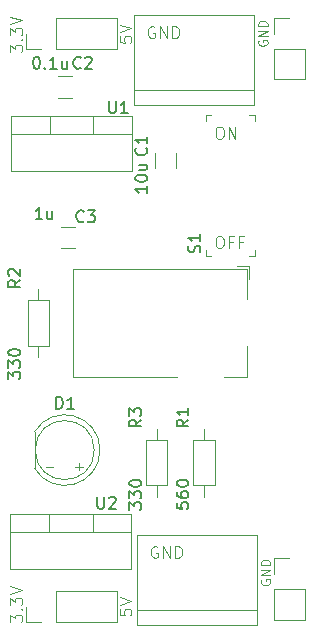
<source format=gbr>
%TF.GenerationSoftware,KiCad,Pcbnew,8.0.9-1.fc41*%
%TF.CreationDate,2025-04-27T16:21:27+02:00*%
%TF.ProjectId,Breadboard-PowerSupply,42726561-6462-46f6-9172-642d506f7765,rev?*%
%TF.SameCoordinates,Original*%
%TF.FileFunction,Legend,Top*%
%TF.FilePolarity,Positive*%
%FSLAX46Y46*%
G04 Gerber Fmt 4.6, Leading zero omitted, Abs format (unit mm)*
G04 Created by KiCad (PCBNEW 8.0.9-1.fc41) date 2025-04-27 16:21:27*
%MOMM*%
%LPD*%
G01*
G04 APERTURE LIST*
%ADD10C,0.100000*%
%ADD11C,0.150000*%
%ADD12C,0.120000*%
G04 APERTURE END LIST*
D10*
X68244360Y-78622419D02*
X68434836Y-78622419D01*
X68434836Y-78622419D02*
X68530074Y-78670038D01*
X68530074Y-78670038D02*
X68625312Y-78765276D01*
X68625312Y-78765276D02*
X68672931Y-78955752D01*
X68672931Y-78955752D02*
X68672931Y-79289085D01*
X68672931Y-79289085D02*
X68625312Y-79479561D01*
X68625312Y-79479561D02*
X68530074Y-79574800D01*
X68530074Y-79574800D02*
X68434836Y-79622419D01*
X68434836Y-79622419D02*
X68244360Y-79622419D01*
X68244360Y-79622419D02*
X68149122Y-79574800D01*
X68149122Y-79574800D02*
X68053884Y-79479561D01*
X68053884Y-79479561D02*
X68006265Y-79289085D01*
X68006265Y-79289085D02*
X68006265Y-78955752D01*
X68006265Y-78955752D02*
X68053884Y-78765276D01*
X68053884Y-78765276D02*
X68149122Y-78670038D01*
X68149122Y-78670038D02*
X68244360Y-78622419D01*
X69434836Y-79098609D02*
X69101503Y-79098609D01*
X69101503Y-79622419D02*
X69101503Y-78622419D01*
X69101503Y-78622419D02*
X69577693Y-78622419D01*
X70291979Y-79098609D02*
X69958646Y-79098609D01*
X69958646Y-79622419D02*
X69958646Y-78622419D01*
X69958646Y-78622419D02*
X70434836Y-78622419D01*
X63077693Y-104920038D02*
X62982455Y-104872419D01*
X62982455Y-104872419D02*
X62839598Y-104872419D01*
X62839598Y-104872419D02*
X62696741Y-104920038D01*
X62696741Y-104920038D02*
X62601503Y-105015276D01*
X62601503Y-105015276D02*
X62553884Y-105110514D01*
X62553884Y-105110514D02*
X62506265Y-105300990D01*
X62506265Y-105300990D02*
X62506265Y-105443847D01*
X62506265Y-105443847D02*
X62553884Y-105634323D01*
X62553884Y-105634323D02*
X62601503Y-105729561D01*
X62601503Y-105729561D02*
X62696741Y-105824800D01*
X62696741Y-105824800D02*
X62839598Y-105872419D01*
X62839598Y-105872419D02*
X62934836Y-105872419D01*
X62934836Y-105872419D02*
X63077693Y-105824800D01*
X63077693Y-105824800D02*
X63125312Y-105777180D01*
X63125312Y-105777180D02*
X63125312Y-105443847D01*
X63125312Y-105443847D02*
X62934836Y-105443847D01*
X63553884Y-105872419D02*
X63553884Y-104872419D01*
X63553884Y-104872419D02*
X64125312Y-105872419D01*
X64125312Y-105872419D02*
X64125312Y-104872419D01*
X64601503Y-105872419D02*
X64601503Y-104872419D01*
X64601503Y-104872419D02*
X64839598Y-104872419D01*
X64839598Y-104872419D02*
X64982455Y-104920038D01*
X64982455Y-104920038D02*
X65077693Y-105015276D01*
X65077693Y-105015276D02*
X65125312Y-105110514D01*
X65125312Y-105110514D02*
X65172931Y-105300990D01*
X65172931Y-105300990D02*
X65172931Y-105443847D01*
X65172931Y-105443847D02*
X65125312Y-105634323D01*
X65125312Y-105634323D02*
X65077693Y-105729561D01*
X65077693Y-105729561D02*
X64982455Y-105824800D01*
X64982455Y-105824800D02*
X64839598Y-105872419D01*
X64839598Y-105872419D02*
X64601503Y-105872419D01*
X62827693Y-60920038D02*
X62732455Y-60872419D01*
X62732455Y-60872419D02*
X62589598Y-60872419D01*
X62589598Y-60872419D02*
X62446741Y-60920038D01*
X62446741Y-60920038D02*
X62351503Y-61015276D01*
X62351503Y-61015276D02*
X62303884Y-61110514D01*
X62303884Y-61110514D02*
X62256265Y-61300990D01*
X62256265Y-61300990D02*
X62256265Y-61443847D01*
X62256265Y-61443847D02*
X62303884Y-61634323D01*
X62303884Y-61634323D02*
X62351503Y-61729561D01*
X62351503Y-61729561D02*
X62446741Y-61824800D01*
X62446741Y-61824800D02*
X62589598Y-61872419D01*
X62589598Y-61872419D02*
X62684836Y-61872419D01*
X62684836Y-61872419D02*
X62827693Y-61824800D01*
X62827693Y-61824800D02*
X62875312Y-61777180D01*
X62875312Y-61777180D02*
X62875312Y-61443847D01*
X62875312Y-61443847D02*
X62684836Y-61443847D01*
X63303884Y-61872419D02*
X63303884Y-60872419D01*
X63303884Y-60872419D02*
X63875312Y-61872419D01*
X63875312Y-61872419D02*
X63875312Y-60872419D01*
X64351503Y-61872419D02*
X64351503Y-60872419D01*
X64351503Y-60872419D02*
X64589598Y-60872419D01*
X64589598Y-60872419D02*
X64732455Y-60920038D01*
X64732455Y-60920038D02*
X64827693Y-61015276D01*
X64827693Y-61015276D02*
X64875312Y-61110514D01*
X64875312Y-61110514D02*
X64922931Y-61300990D01*
X64922931Y-61300990D02*
X64922931Y-61443847D01*
X64922931Y-61443847D02*
X64875312Y-61634323D01*
X64875312Y-61634323D02*
X64827693Y-61729561D01*
X64827693Y-61729561D02*
X64732455Y-61824800D01*
X64732455Y-61824800D02*
X64589598Y-61872419D01*
X64589598Y-61872419D02*
X64351503Y-61872419D01*
X54243734Y-98157866D02*
X53634211Y-98157866D01*
X68244360Y-69372419D02*
X68434836Y-69372419D01*
X68434836Y-69372419D02*
X68530074Y-69420038D01*
X68530074Y-69420038D02*
X68625312Y-69515276D01*
X68625312Y-69515276D02*
X68672931Y-69705752D01*
X68672931Y-69705752D02*
X68672931Y-70039085D01*
X68672931Y-70039085D02*
X68625312Y-70229561D01*
X68625312Y-70229561D02*
X68530074Y-70324800D01*
X68530074Y-70324800D02*
X68434836Y-70372419D01*
X68434836Y-70372419D02*
X68244360Y-70372419D01*
X68244360Y-70372419D02*
X68149122Y-70324800D01*
X68149122Y-70324800D02*
X68053884Y-70229561D01*
X68053884Y-70229561D02*
X68006265Y-70039085D01*
X68006265Y-70039085D02*
X68006265Y-69705752D01*
X68006265Y-69705752D02*
X68053884Y-69515276D01*
X68053884Y-69515276D02*
X68149122Y-69420038D01*
X68149122Y-69420038D02*
X68244360Y-69372419D01*
X69101503Y-70372419D02*
X69101503Y-69372419D01*
X69101503Y-69372419D02*
X69672931Y-70372419D01*
X69672931Y-70372419D02*
X69672931Y-69372419D01*
X59872419Y-61719925D02*
X59872419Y-62196115D01*
X59872419Y-62196115D02*
X60348609Y-62243734D01*
X60348609Y-62243734D02*
X60300990Y-62196115D01*
X60300990Y-62196115D02*
X60253371Y-62100877D01*
X60253371Y-62100877D02*
X60253371Y-61862782D01*
X60253371Y-61862782D02*
X60300990Y-61767544D01*
X60300990Y-61767544D02*
X60348609Y-61719925D01*
X60348609Y-61719925D02*
X60443847Y-61672306D01*
X60443847Y-61672306D02*
X60681942Y-61672306D01*
X60681942Y-61672306D02*
X60777180Y-61719925D01*
X60777180Y-61719925D02*
X60824800Y-61767544D01*
X60824800Y-61767544D02*
X60872419Y-61862782D01*
X60872419Y-61862782D02*
X60872419Y-62100877D01*
X60872419Y-62100877D02*
X60824800Y-62196115D01*
X60824800Y-62196115D02*
X60777180Y-62243734D01*
X59872419Y-61386591D02*
X60872419Y-61053258D01*
X60872419Y-61053258D02*
X59872419Y-60719925D01*
X71634990Y-62074687D02*
X71596895Y-62150877D01*
X71596895Y-62150877D02*
X71596895Y-62265163D01*
X71596895Y-62265163D02*
X71634990Y-62379449D01*
X71634990Y-62379449D02*
X71711180Y-62455639D01*
X71711180Y-62455639D02*
X71787371Y-62493734D01*
X71787371Y-62493734D02*
X71939752Y-62531830D01*
X71939752Y-62531830D02*
X72054038Y-62531830D01*
X72054038Y-62531830D02*
X72206419Y-62493734D01*
X72206419Y-62493734D02*
X72282609Y-62455639D01*
X72282609Y-62455639D02*
X72358800Y-62379449D01*
X72358800Y-62379449D02*
X72396895Y-62265163D01*
X72396895Y-62265163D02*
X72396895Y-62188972D01*
X72396895Y-62188972D02*
X72358800Y-62074687D01*
X72358800Y-62074687D02*
X72320704Y-62036591D01*
X72320704Y-62036591D02*
X72054038Y-62036591D01*
X72054038Y-62036591D02*
X72054038Y-62188972D01*
X72396895Y-61693734D02*
X71596895Y-61693734D01*
X71596895Y-61693734D02*
X72396895Y-61236591D01*
X72396895Y-61236591D02*
X71596895Y-61236591D01*
X72396895Y-60855639D02*
X71596895Y-60855639D01*
X71596895Y-60855639D02*
X71596895Y-60665163D01*
X71596895Y-60665163D02*
X71634990Y-60550877D01*
X71634990Y-60550877D02*
X71711180Y-60474687D01*
X71711180Y-60474687D02*
X71787371Y-60436592D01*
X71787371Y-60436592D02*
X71939752Y-60398496D01*
X71939752Y-60398496D02*
X72054038Y-60398496D01*
X72054038Y-60398496D02*
X72206419Y-60436592D01*
X72206419Y-60436592D02*
X72282609Y-60474687D01*
X72282609Y-60474687D02*
X72358800Y-60550877D01*
X72358800Y-60550877D02*
X72396895Y-60665163D01*
X72396895Y-60665163D02*
X72396895Y-60855639D01*
X50622419Y-111291353D02*
X50622419Y-110672306D01*
X50622419Y-110672306D02*
X51003371Y-111005639D01*
X51003371Y-111005639D02*
X51003371Y-110862782D01*
X51003371Y-110862782D02*
X51050990Y-110767544D01*
X51050990Y-110767544D02*
X51098609Y-110719925D01*
X51098609Y-110719925D02*
X51193847Y-110672306D01*
X51193847Y-110672306D02*
X51431942Y-110672306D01*
X51431942Y-110672306D02*
X51527180Y-110719925D01*
X51527180Y-110719925D02*
X51574800Y-110767544D01*
X51574800Y-110767544D02*
X51622419Y-110862782D01*
X51622419Y-110862782D02*
X51622419Y-111148496D01*
X51622419Y-111148496D02*
X51574800Y-111243734D01*
X51574800Y-111243734D02*
X51527180Y-111291353D01*
X51527180Y-110243734D02*
X51574800Y-110196115D01*
X51574800Y-110196115D02*
X51622419Y-110243734D01*
X51622419Y-110243734D02*
X51574800Y-110291353D01*
X51574800Y-110291353D02*
X51527180Y-110243734D01*
X51527180Y-110243734D02*
X51622419Y-110243734D01*
X50622419Y-109862782D02*
X50622419Y-109243735D01*
X50622419Y-109243735D02*
X51003371Y-109577068D01*
X51003371Y-109577068D02*
X51003371Y-109434211D01*
X51003371Y-109434211D02*
X51050990Y-109338973D01*
X51050990Y-109338973D02*
X51098609Y-109291354D01*
X51098609Y-109291354D02*
X51193847Y-109243735D01*
X51193847Y-109243735D02*
X51431942Y-109243735D01*
X51431942Y-109243735D02*
X51527180Y-109291354D01*
X51527180Y-109291354D02*
X51574800Y-109338973D01*
X51574800Y-109338973D02*
X51622419Y-109434211D01*
X51622419Y-109434211D02*
X51622419Y-109719925D01*
X51622419Y-109719925D02*
X51574800Y-109815163D01*
X51574800Y-109815163D02*
X51527180Y-109862782D01*
X50622419Y-108958020D02*
X51622419Y-108624687D01*
X51622419Y-108624687D02*
X50622419Y-108291354D01*
X71884990Y-107724687D02*
X71846895Y-107800877D01*
X71846895Y-107800877D02*
X71846895Y-107915163D01*
X71846895Y-107915163D02*
X71884990Y-108029449D01*
X71884990Y-108029449D02*
X71961180Y-108105639D01*
X71961180Y-108105639D02*
X72037371Y-108143734D01*
X72037371Y-108143734D02*
X72189752Y-108181830D01*
X72189752Y-108181830D02*
X72304038Y-108181830D01*
X72304038Y-108181830D02*
X72456419Y-108143734D01*
X72456419Y-108143734D02*
X72532609Y-108105639D01*
X72532609Y-108105639D02*
X72608800Y-108029449D01*
X72608800Y-108029449D02*
X72646895Y-107915163D01*
X72646895Y-107915163D02*
X72646895Y-107838972D01*
X72646895Y-107838972D02*
X72608800Y-107724687D01*
X72608800Y-107724687D02*
X72570704Y-107686591D01*
X72570704Y-107686591D02*
X72304038Y-107686591D01*
X72304038Y-107686591D02*
X72304038Y-107838972D01*
X72646895Y-107343734D02*
X71846895Y-107343734D01*
X71846895Y-107343734D02*
X72646895Y-106886591D01*
X72646895Y-106886591D02*
X71846895Y-106886591D01*
X72646895Y-106505639D02*
X71846895Y-106505639D01*
X71846895Y-106505639D02*
X71846895Y-106315163D01*
X71846895Y-106315163D02*
X71884990Y-106200877D01*
X71884990Y-106200877D02*
X71961180Y-106124687D01*
X71961180Y-106124687D02*
X72037371Y-106086592D01*
X72037371Y-106086592D02*
X72189752Y-106048496D01*
X72189752Y-106048496D02*
X72304038Y-106048496D01*
X72304038Y-106048496D02*
X72456419Y-106086592D01*
X72456419Y-106086592D02*
X72532609Y-106124687D01*
X72532609Y-106124687D02*
X72608800Y-106200877D01*
X72608800Y-106200877D02*
X72646895Y-106315163D01*
X72646895Y-106315163D02*
X72646895Y-106505639D01*
X56743734Y-98157866D02*
X56134211Y-98157866D01*
X56438972Y-97853104D02*
X56438972Y-98462628D01*
X59872419Y-110219925D02*
X59872419Y-110696115D01*
X59872419Y-110696115D02*
X60348609Y-110743734D01*
X60348609Y-110743734D02*
X60300990Y-110696115D01*
X60300990Y-110696115D02*
X60253371Y-110600877D01*
X60253371Y-110600877D02*
X60253371Y-110362782D01*
X60253371Y-110362782D02*
X60300990Y-110267544D01*
X60300990Y-110267544D02*
X60348609Y-110219925D01*
X60348609Y-110219925D02*
X60443847Y-110172306D01*
X60443847Y-110172306D02*
X60681942Y-110172306D01*
X60681942Y-110172306D02*
X60777180Y-110219925D01*
X60777180Y-110219925D02*
X60824800Y-110267544D01*
X60824800Y-110267544D02*
X60872419Y-110362782D01*
X60872419Y-110362782D02*
X60872419Y-110600877D01*
X60872419Y-110600877D02*
X60824800Y-110696115D01*
X60824800Y-110696115D02*
X60777180Y-110743734D01*
X59872419Y-109886591D02*
X60872419Y-109553258D01*
X60872419Y-109553258D02*
X59872419Y-109219925D01*
X50622419Y-63041353D02*
X50622419Y-62422306D01*
X50622419Y-62422306D02*
X51003371Y-62755639D01*
X51003371Y-62755639D02*
X51003371Y-62612782D01*
X51003371Y-62612782D02*
X51050990Y-62517544D01*
X51050990Y-62517544D02*
X51098609Y-62469925D01*
X51098609Y-62469925D02*
X51193847Y-62422306D01*
X51193847Y-62422306D02*
X51431942Y-62422306D01*
X51431942Y-62422306D02*
X51527180Y-62469925D01*
X51527180Y-62469925D02*
X51574800Y-62517544D01*
X51574800Y-62517544D02*
X51622419Y-62612782D01*
X51622419Y-62612782D02*
X51622419Y-62898496D01*
X51622419Y-62898496D02*
X51574800Y-62993734D01*
X51574800Y-62993734D02*
X51527180Y-63041353D01*
X51527180Y-61993734D02*
X51574800Y-61946115D01*
X51574800Y-61946115D02*
X51622419Y-61993734D01*
X51622419Y-61993734D02*
X51574800Y-62041353D01*
X51574800Y-62041353D02*
X51527180Y-61993734D01*
X51527180Y-61993734D02*
X51622419Y-61993734D01*
X50622419Y-61612782D02*
X50622419Y-60993735D01*
X50622419Y-60993735D02*
X51003371Y-61327068D01*
X51003371Y-61327068D02*
X51003371Y-61184211D01*
X51003371Y-61184211D02*
X51050990Y-61088973D01*
X51050990Y-61088973D02*
X51098609Y-61041354D01*
X51098609Y-61041354D02*
X51193847Y-60993735D01*
X51193847Y-60993735D02*
X51431942Y-60993735D01*
X51431942Y-60993735D02*
X51527180Y-61041354D01*
X51527180Y-61041354D02*
X51574800Y-61088973D01*
X51574800Y-61088973D02*
X51622419Y-61184211D01*
X51622419Y-61184211D02*
X51622419Y-61469925D01*
X51622419Y-61469925D02*
X51574800Y-61565163D01*
X51574800Y-61565163D02*
X51527180Y-61612782D01*
X50622419Y-60708020D02*
X51622419Y-60374687D01*
X51622419Y-60374687D02*
X50622419Y-60041354D01*
D11*
X61704819Y-94166666D02*
X61228628Y-94499999D01*
X61704819Y-94738094D02*
X60704819Y-94738094D01*
X60704819Y-94738094D02*
X60704819Y-94357142D01*
X60704819Y-94357142D02*
X60752438Y-94261904D01*
X60752438Y-94261904D02*
X60800057Y-94214285D01*
X60800057Y-94214285D02*
X60895295Y-94166666D01*
X60895295Y-94166666D02*
X61038152Y-94166666D01*
X61038152Y-94166666D02*
X61133390Y-94214285D01*
X61133390Y-94214285D02*
X61181009Y-94261904D01*
X61181009Y-94261904D02*
X61228628Y-94357142D01*
X61228628Y-94357142D02*
X61228628Y-94738094D01*
X60704819Y-93833332D02*
X60704819Y-93214285D01*
X60704819Y-93214285D02*
X61085771Y-93547618D01*
X61085771Y-93547618D02*
X61085771Y-93404761D01*
X61085771Y-93404761D02*
X61133390Y-93309523D01*
X61133390Y-93309523D02*
X61181009Y-93261904D01*
X61181009Y-93261904D02*
X61276247Y-93214285D01*
X61276247Y-93214285D02*
X61514342Y-93214285D01*
X61514342Y-93214285D02*
X61609580Y-93261904D01*
X61609580Y-93261904D02*
X61657200Y-93309523D01*
X61657200Y-93309523D02*
X61704819Y-93404761D01*
X61704819Y-93404761D02*
X61704819Y-93690475D01*
X61704819Y-93690475D02*
X61657200Y-93785713D01*
X61657200Y-93785713D02*
X61609580Y-93833332D01*
X60704819Y-101785713D02*
X60704819Y-101166666D01*
X60704819Y-101166666D02*
X61085771Y-101499999D01*
X61085771Y-101499999D02*
X61085771Y-101357142D01*
X61085771Y-101357142D02*
X61133390Y-101261904D01*
X61133390Y-101261904D02*
X61181009Y-101214285D01*
X61181009Y-101214285D02*
X61276247Y-101166666D01*
X61276247Y-101166666D02*
X61514342Y-101166666D01*
X61514342Y-101166666D02*
X61609580Y-101214285D01*
X61609580Y-101214285D02*
X61657200Y-101261904D01*
X61657200Y-101261904D02*
X61704819Y-101357142D01*
X61704819Y-101357142D02*
X61704819Y-101642856D01*
X61704819Y-101642856D02*
X61657200Y-101738094D01*
X61657200Y-101738094D02*
X61609580Y-101785713D01*
X60704819Y-100833332D02*
X60704819Y-100214285D01*
X60704819Y-100214285D02*
X61085771Y-100547618D01*
X61085771Y-100547618D02*
X61085771Y-100404761D01*
X61085771Y-100404761D02*
X61133390Y-100309523D01*
X61133390Y-100309523D02*
X61181009Y-100261904D01*
X61181009Y-100261904D02*
X61276247Y-100214285D01*
X61276247Y-100214285D02*
X61514342Y-100214285D01*
X61514342Y-100214285D02*
X61609580Y-100261904D01*
X61609580Y-100261904D02*
X61657200Y-100309523D01*
X61657200Y-100309523D02*
X61704819Y-100404761D01*
X61704819Y-100404761D02*
X61704819Y-100690475D01*
X61704819Y-100690475D02*
X61657200Y-100785713D01*
X61657200Y-100785713D02*
X61609580Y-100833332D01*
X60704819Y-99595237D02*
X60704819Y-99499999D01*
X60704819Y-99499999D02*
X60752438Y-99404761D01*
X60752438Y-99404761D02*
X60800057Y-99357142D01*
X60800057Y-99357142D02*
X60895295Y-99309523D01*
X60895295Y-99309523D02*
X61085771Y-99261904D01*
X61085771Y-99261904D02*
X61323866Y-99261904D01*
X61323866Y-99261904D02*
X61514342Y-99309523D01*
X61514342Y-99309523D02*
X61609580Y-99357142D01*
X61609580Y-99357142D02*
X61657200Y-99404761D01*
X61657200Y-99404761D02*
X61704819Y-99499999D01*
X61704819Y-99499999D02*
X61704819Y-99595237D01*
X61704819Y-99595237D02*
X61657200Y-99690475D01*
X61657200Y-99690475D02*
X61609580Y-99738094D01*
X61609580Y-99738094D02*
X61514342Y-99785713D01*
X61514342Y-99785713D02*
X61323866Y-99833332D01*
X61323866Y-99833332D02*
X61085771Y-99833332D01*
X61085771Y-99833332D02*
X60895295Y-99785713D01*
X60895295Y-99785713D02*
X60800057Y-99738094D01*
X60800057Y-99738094D02*
X60752438Y-99690475D01*
X60752438Y-99690475D02*
X60704819Y-99595237D01*
X62109580Y-71166666D02*
X62157200Y-71214285D01*
X62157200Y-71214285D02*
X62204819Y-71357142D01*
X62204819Y-71357142D02*
X62204819Y-71452380D01*
X62204819Y-71452380D02*
X62157200Y-71595237D01*
X62157200Y-71595237D02*
X62061961Y-71690475D01*
X62061961Y-71690475D02*
X61966723Y-71738094D01*
X61966723Y-71738094D02*
X61776247Y-71785713D01*
X61776247Y-71785713D02*
X61633390Y-71785713D01*
X61633390Y-71785713D02*
X61442914Y-71738094D01*
X61442914Y-71738094D02*
X61347676Y-71690475D01*
X61347676Y-71690475D02*
X61252438Y-71595237D01*
X61252438Y-71595237D02*
X61204819Y-71452380D01*
X61204819Y-71452380D02*
X61204819Y-71357142D01*
X61204819Y-71357142D02*
X61252438Y-71214285D01*
X61252438Y-71214285D02*
X61300057Y-71166666D01*
X62204819Y-70214285D02*
X62204819Y-70785713D01*
X62204819Y-70499999D02*
X61204819Y-70499999D01*
X61204819Y-70499999D02*
X61347676Y-70595237D01*
X61347676Y-70595237D02*
X61442914Y-70690475D01*
X61442914Y-70690475D02*
X61490533Y-70785713D01*
X62204819Y-74392857D02*
X62204819Y-74964285D01*
X62204819Y-74678571D02*
X61204819Y-74678571D01*
X61204819Y-74678571D02*
X61347676Y-74773809D01*
X61347676Y-74773809D02*
X61442914Y-74869047D01*
X61442914Y-74869047D02*
X61490533Y-74964285D01*
X61204819Y-73773809D02*
X61204819Y-73678571D01*
X61204819Y-73678571D02*
X61252438Y-73583333D01*
X61252438Y-73583333D02*
X61300057Y-73535714D01*
X61300057Y-73535714D02*
X61395295Y-73488095D01*
X61395295Y-73488095D02*
X61585771Y-73440476D01*
X61585771Y-73440476D02*
X61823866Y-73440476D01*
X61823866Y-73440476D02*
X62014342Y-73488095D01*
X62014342Y-73488095D02*
X62109580Y-73535714D01*
X62109580Y-73535714D02*
X62157200Y-73583333D01*
X62157200Y-73583333D02*
X62204819Y-73678571D01*
X62204819Y-73678571D02*
X62204819Y-73773809D01*
X62204819Y-73773809D02*
X62157200Y-73869047D01*
X62157200Y-73869047D02*
X62109580Y-73916666D01*
X62109580Y-73916666D02*
X62014342Y-73964285D01*
X62014342Y-73964285D02*
X61823866Y-74011904D01*
X61823866Y-74011904D02*
X61585771Y-74011904D01*
X61585771Y-74011904D02*
X61395295Y-73964285D01*
X61395295Y-73964285D02*
X61300057Y-73916666D01*
X61300057Y-73916666D02*
X61252438Y-73869047D01*
X61252438Y-73869047D02*
X61204819Y-73773809D01*
X61538152Y-72583333D02*
X62204819Y-72583333D01*
X61538152Y-73011904D02*
X62061961Y-73011904D01*
X62061961Y-73011904D02*
X62157200Y-72964285D01*
X62157200Y-72964285D02*
X62204819Y-72869047D01*
X62204819Y-72869047D02*
X62204819Y-72726190D01*
X62204819Y-72726190D02*
X62157200Y-72630952D01*
X62157200Y-72630952D02*
X62109580Y-72583333D01*
X58988095Y-67204819D02*
X58988095Y-68014342D01*
X58988095Y-68014342D02*
X59035714Y-68109580D01*
X59035714Y-68109580D02*
X59083333Y-68157200D01*
X59083333Y-68157200D02*
X59178571Y-68204819D01*
X59178571Y-68204819D02*
X59369047Y-68204819D01*
X59369047Y-68204819D02*
X59464285Y-68157200D01*
X59464285Y-68157200D02*
X59511904Y-68109580D01*
X59511904Y-68109580D02*
X59559523Y-68014342D01*
X59559523Y-68014342D02*
X59559523Y-67204819D01*
X60559523Y-68204819D02*
X59988095Y-68204819D01*
X60273809Y-68204819D02*
X60273809Y-67204819D01*
X60273809Y-67204819D02*
X60178571Y-67347676D01*
X60178571Y-67347676D02*
X60083333Y-67442914D01*
X60083333Y-67442914D02*
X59988095Y-67490533D01*
X66657200Y-80011904D02*
X66704819Y-79869047D01*
X66704819Y-79869047D02*
X66704819Y-79630952D01*
X66704819Y-79630952D02*
X66657200Y-79535714D01*
X66657200Y-79535714D02*
X66609580Y-79488095D01*
X66609580Y-79488095D02*
X66514342Y-79440476D01*
X66514342Y-79440476D02*
X66419104Y-79440476D01*
X66419104Y-79440476D02*
X66323866Y-79488095D01*
X66323866Y-79488095D02*
X66276247Y-79535714D01*
X66276247Y-79535714D02*
X66228628Y-79630952D01*
X66228628Y-79630952D02*
X66181009Y-79821428D01*
X66181009Y-79821428D02*
X66133390Y-79916666D01*
X66133390Y-79916666D02*
X66085771Y-79964285D01*
X66085771Y-79964285D02*
X65990533Y-80011904D01*
X65990533Y-80011904D02*
X65895295Y-80011904D01*
X65895295Y-80011904D02*
X65800057Y-79964285D01*
X65800057Y-79964285D02*
X65752438Y-79916666D01*
X65752438Y-79916666D02*
X65704819Y-79821428D01*
X65704819Y-79821428D02*
X65704819Y-79583333D01*
X65704819Y-79583333D02*
X65752438Y-79440476D01*
X66704819Y-78488095D02*
X66704819Y-79059523D01*
X66704819Y-78773809D02*
X65704819Y-78773809D01*
X65704819Y-78773809D02*
X65847676Y-78869047D01*
X65847676Y-78869047D02*
X65942914Y-78964285D01*
X65942914Y-78964285D02*
X65990533Y-79059523D01*
X56833333Y-77359580D02*
X56785714Y-77407200D01*
X56785714Y-77407200D02*
X56642857Y-77454819D01*
X56642857Y-77454819D02*
X56547619Y-77454819D01*
X56547619Y-77454819D02*
X56404762Y-77407200D01*
X56404762Y-77407200D02*
X56309524Y-77311961D01*
X56309524Y-77311961D02*
X56261905Y-77216723D01*
X56261905Y-77216723D02*
X56214286Y-77026247D01*
X56214286Y-77026247D02*
X56214286Y-76883390D01*
X56214286Y-76883390D02*
X56261905Y-76692914D01*
X56261905Y-76692914D02*
X56309524Y-76597676D01*
X56309524Y-76597676D02*
X56404762Y-76502438D01*
X56404762Y-76502438D02*
X56547619Y-76454819D01*
X56547619Y-76454819D02*
X56642857Y-76454819D01*
X56642857Y-76454819D02*
X56785714Y-76502438D01*
X56785714Y-76502438D02*
X56833333Y-76550057D01*
X57166667Y-76454819D02*
X57785714Y-76454819D01*
X57785714Y-76454819D02*
X57452381Y-76835771D01*
X57452381Y-76835771D02*
X57595238Y-76835771D01*
X57595238Y-76835771D02*
X57690476Y-76883390D01*
X57690476Y-76883390D02*
X57738095Y-76931009D01*
X57738095Y-76931009D02*
X57785714Y-77026247D01*
X57785714Y-77026247D02*
X57785714Y-77264342D01*
X57785714Y-77264342D02*
X57738095Y-77359580D01*
X57738095Y-77359580D02*
X57690476Y-77407200D01*
X57690476Y-77407200D02*
X57595238Y-77454819D01*
X57595238Y-77454819D02*
X57309524Y-77454819D01*
X57309524Y-77454819D02*
X57214286Y-77407200D01*
X57214286Y-77407200D02*
X57166667Y-77359580D01*
X53333333Y-77204819D02*
X52761905Y-77204819D01*
X53047619Y-77204819D02*
X53047619Y-76204819D01*
X53047619Y-76204819D02*
X52952381Y-76347676D01*
X52952381Y-76347676D02*
X52857143Y-76442914D01*
X52857143Y-76442914D02*
X52761905Y-76490533D01*
X54190476Y-76538152D02*
X54190476Y-77204819D01*
X53761905Y-76538152D02*
X53761905Y-77061961D01*
X53761905Y-77061961D02*
X53809524Y-77157200D01*
X53809524Y-77157200D02*
X53904762Y-77204819D01*
X53904762Y-77204819D02*
X54047619Y-77204819D01*
X54047619Y-77204819D02*
X54142857Y-77157200D01*
X54142857Y-77157200D02*
X54190476Y-77109580D01*
X51454819Y-82356666D02*
X50978628Y-82689999D01*
X51454819Y-82928094D02*
X50454819Y-82928094D01*
X50454819Y-82928094D02*
X50454819Y-82547142D01*
X50454819Y-82547142D02*
X50502438Y-82451904D01*
X50502438Y-82451904D02*
X50550057Y-82404285D01*
X50550057Y-82404285D02*
X50645295Y-82356666D01*
X50645295Y-82356666D02*
X50788152Y-82356666D01*
X50788152Y-82356666D02*
X50883390Y-82404285D01*
X50883390Y-82404285D02*
X50931009Y-82451904D01*
X50931009Y-82451904D02*
X50978628Y-82547142D01*
X50978628Y-82547142D02*
X50978628Y-82928094D01*
X50550057Y-81975713D02*
X50502438Y-81928094D01*
X50502438Y-81928094D02*
X50454819Y-81832856D01*
X50454819Y-81832856D02*
X50454819Y-81594761D01*
X50454819Y-81594761D02*
X50502438Y-81499523D01*
X50502438Y-81499523D02*
X50550057Y-81451904D01*
X50550057Y-81451904D02*
X50645295Y-81404285D01*
X50645295Y-81404285D02*
X50740533Y-81404285D01*
X50740533Y-81404285D02*
X50883390Y-81451904D01*
X50883390Y-81451904D02*
X51454819Y-82023332D01*
X51454819Y-82023332D02*
X51454819Y-81404285D01*
X50454819Y-90725713D02*
X50454819Y-90106666D01*
X50454819Y-90106666D02*
X50835771Y-90439999D01*
X50835771Y-90439999D02*
X50835771Y-90297142D01*
X50835771Y-90297142D02*
X50883390Y-90201904D01*
X50883390Y-90201904D02*
X50931009Y-90154285D01*
X50931009Y-90154285D02*
X51026247Y-90106666D01*
X51026247Y-90106666D02*
X51264342Y-90106666D01*
X51264342Y-90106666D02*
X51359580Y-90154285D01*
X51359580Y-90154285D02*
X51407200Y-90201904D01*
X51407200Y-90201904D02*
X51454819Y-90297142D01*
X51454819Y-90297142D02*
X51454819Y-90582856D01*
X51454819Y-90582856D02*
X51407200Y-90678094D01*
X51407200Y-90678094D02*
X51359580Y-90725713D01*
X50454819Y-89773332D02*
X50454819Y-89154285D01*
X50454819Y-89154285D02*
X50835771Y-89487618D01*
X50835771Y-89487618D02*
X50835771Y-89344761D01*
X50835771Y-89344761D02*
X50883390Y-89249523D01*
X50883390Y-89249523D02*
X50931009Y-89201904D01*
X50931009Y-89201904D02*
X51026247Y-89154285D01*
X51026247Y-89154285D02*
X51264342Y-89154285D01*
X51264342Y-89154285D02*
X51359580Y-89201904D01*
X51359580Y-89201904D02*
X51407200Y-89249523D01*
X51407200Y-89249523D02*
X51454819Y-89344761D01*
X51454819Y-89344761D02*
X51454819Y-89630475D01*
X51454819Y-89630475D02*
X51407200Y-89725713D01*
X51407200Y-89725713D02*
X51359580Y-89773332D01*
X50454819Y-88535237D02*
X50454819Y-88439999D01*
X50454819Y-88439999D02*
X50502438Y-88344761D01*
X50502438Y-88344761D02*
X50550057Y-88297142D01*
X50550057Y-88297142D02*
X50645295Y-88249523D01*
X50645295Y-88249523D02*
X50835771Y-88201904D01*
X50835771Y-88201904D02*
X51073866Y-88201904D01*
X51073866Y-88201904D02*
X51264342Y-88249523D01*
X51264342Y-88249523D02*
X51359580Y-88297142D01*
X51359580Y-88297142D02*
X51407200Y-88344761D01*
X51407200Y-88344761D02*
X51454819Y-88439999D01*
X51454819Y-88439999D02*
X51454819Y-88535237D01*
X51454819Y-88535237D02*
X51407200Y-88630475D01*
X51407200Y-88630475D02*
X51359580Y-88678094D01*
X51359580Y-88678094D02*
X51264342Y-88725713D01*
X51264342Y-88725713D02*
X51073866Y-88773332D01*
X51073866Y-88773332D02*
X50835771Y-88773332D01*
X50835771Y-88773332D02*
X50645295Y-88725713D01*
X50645295Y-88725713D02*
X50550057Y-88678094D01*
X50550057Y-88678094D02*
X50502438Y-88630475D01*
X50502438Y-88630475D02*
X50454819Y-88535237D01*
X65704819Y-94166666D02*
X65228628Y-94499999D01*
X65704819Y-94738094D02*
X64704819Y-94738094D01*
X64704819Y-94738094D02*
X64704819Y-94357142D01*
X64704819Y-94357142D02*
X64752438Y-94261904D01*
X64752438Y-94261904D02*
X64800057Y-94214285D01*
X64800057Y-94214285D02*
X64895295Y-94166666D01*
X64895295Y-94166666D02*
X65038152Y-94166666D01*
X65038152Y-94166666D02*
X65133390Y-94214285D01*
X65133390Y-94214285D02*
X65181009Y-94261904D01*
X65181009Y-94261904D02*
X65228628Y-94357142D01*
X65228628Y-94357142D02*
X65228628Y-94738094D01*
X65704819Y-93214285D02*
X65704819Y-93785713D01*
X65704819Y-93499999D02*
X64704819Y-93499999D01*
X64704819Y-93499999D02*
X64847676Y-93595237D01*
X64847676Y-93595237D02*
X64942914Y-93690475D01*
X64942914Y-93690475D02*
X64990533Y-93785713D01*
X64704819Y-101214285D02*
X64704819Y-101690475D01*
X64704819Y-101690475D02*
X65181009Y-101738094D01*
X65181009Y-101738094D02*
X65133390Y-101690475D01*
X65133390Y-101690475D02*
X65085771Y-101595237D01*
X65085771Y-101595237D02*
X65085771Y-101357142D01*
X65085771Y-101357142D02*
X65133390Y-101261904D01*
X65133390Y-101261904D02*
X65181009Y-101214285D01*
X65181009Y-101214285D02*
X65276247Y-101166666D01*
X65276247Y-101166666D02*
X65514342Y-101166666D01*
X65514342Y-101166666D02*
X65609580Y-101214285D01*
X65609580Y-101214285D02*
X65657200Y-101261904D01*
X65657200Y-101261904D02*
X65704819Y-101357142D01*
X65704819Y-101357142D02*
X65704819Y-101595237D01*
X65704819Y-101595237D02*
X65657200Y-101690475D01*
X65657200Y-101690475D02*
X65609580Y-101738094D01*
X64704819Y-100309523D02*
X64704819Y-100499999D01*
X64704819Y-100499999D02*
X64752438Y-100595237D01*
X64752438Y-100595237D02*
X64800057Y-100642856D01*
X64800057Y-100642856D02*
X64942914Y-100738094D01*
X64942914Y-100738094D02*
X65133390Y-100785713D01*
X65133390Y-100785713D02*
X65514342Y-100785713D01*
X65514342Y-100785713D02*
X65609580Y-100738094D01*
X65609580Y-100738094D02*
X65657200Y-100690475D01*
X65657200Y-100690475D02*
X65704819Y-100595237D01*
X65704819Y-100595237D02*
X65704819Y-100404761D01*
X65704819Y-100404761D02*
X65657200Y-100309523D01*
X65657200Y-100309523D02*
X65609580Y-100261904D01*
X65609580Y-100261904D02*
X65514342Y-100214285D01*
X65514342Y-100214285D02*
X65276247Y-100214285D01*
X65276247Y-100214285D02*
X65181009Y-100261904D01*
X65181009Y-100261904D02*
X65133390Y-100309523D01*
X65133390Y-100309523D02*
X65085771Y-100404761D01*
X65085771Y-100404761D02*
X65085771Y-100595237D01*
X65085771Y-100595237D02*
X65133390Y-100690475D01*
X65133390Y-100690475D02*
X65181009Y-100738094D01*
X65181009Y-100738094D02*
X65276247Y-100785713D01*
X64704819Y-99595237D02*
X64704819Y-99499999D01*
X64704819Y-99499999D02*
X64752438Y-99404761D01*
X64752438Y-99404761D02*
X64800057Y-99357142D01*
X64800057Y-99357142D02*
X64895295Y-99309523D01*
X64895295Y-99309523D02*
X65085771Y-99261904D01*
X65085771Y-99261904D02*
X65323866Y-99261904D01*
X65323866Y-99261904D02*
X65514342Y-99309523D01*
X65514342Y-99309523D02*
X65609580Y-99357142D01*
X65609580Y-99357142D02*
X65657200Y-99404761D01*
X65657200Y-99404761D02*
X65704819Y-99499999D01*
X65704819Y-99499999D02*
X65704819Y-99595237D01*
X65704819Y-99595237D02*
X65657200Y-99690475D01*
X65657200Y-99690475D02*
X65609580Y-99738094D01*
X65609580Y-99738094D02*
X65514342Y-99785713D01*
X65514342Y-99785713D02*
X65323866Y-99833332D01*
X65323866Y-99833332D02*
X65085771Y-99833332D01*
X65085771Y-99833332D02*
X64895295Y-99785713D01*
X64895295Y-99785713D02*
X64800057Y-99738094D01*
X64800057Y-99738094D02*
X64752438Y-99690475D01*
X64752438Y-99690475D02*
X64704819Y-99595237D01*
X56583333Y-64359580D02*
X56535714Y-64407200D01*
X56535714Y-64407200D02*
X56392857Y-64454819D01*
X56392857Y-64454819D02*
X56297619Y-64454819D01*
X56297619Y-64454819D02*
X56154762Y-64407200D01*
X56154762Y-64407200D02*
X56059524Y-64311961D01*
X56059524Y-64311961D02*
X56011905Y-64216723D01*
X56011905Y-64216723D02*
X55964286Y-64026247D01*
X55964286Y-64026247D02*
X55964286Y-63883390D01*
X55964286Y-63883390D02*
X56011905Y-63692914D01*
X56011905Y-63692914D02*
X56059524Y-63597676D01*
X56059524Y-63597676D02*
X56154762Y-63502438D01*
X56154762Y-63502438D02*
X56297619Y-63454819D01*
X56297619Y-63454819D02*
X56392857Y-63454819D01*
X56392857Y-63454819D02*
X56535714Y-63502438D01*
X56535714Y-63502438D02*
X56583333Y-63550057D01*
X56964286Y-63550057D02*
X57011905Y-63502438D01*
X57011905Y-63502438D02*
X57107143Y-63454819D01*
X57107143Y-63454819D02*
X57345238Y-63454819D01*
X57345238Y-63454819D02*
X57440476Y-63502438D01*
X57440476Y-63502438D02*
X57488095Y-63550057D01*
X57488095Y-63550057D02*
X57535714Y-63645295D01*
X57535714Y-63645295D02*
X57535714Y-63740533D01*
X57535714Y-63740533D02*
X57488095Y-63883390D01*
X57488095Y-63883390D02*
X56916667Y-64454819D01*
X56916667Y-64454819D02*
X57535714Y-64454819D01*
X52785714Y-63454819D02*
X52880952Y-63454819D01*
X52880952Y-63454819D02*
X52976190Y-63502438D01*
X52976190Y-63502438D02*
X53023809Y-63550057D01*
X53023809Y-63550057D02*
X53071428Y-63645295D01*
X53071428Y-63645295D02*
X53119047Y-63835771D01*
X53119047Y-63835771D02*
X53119047Y-64073866D01*
X53119047Y-64073866D02*
X53071428Y-64264342D01*
X53071428Y-64264342D02*
X53023809Y-64359580D01*
X53023809Y-64359580D02*
X52976190Y-64407200D01*
X52976190Y-64407200D02*
X52880952Y-64454819D01*
X52880952Y-64454819D02*
X52785714Y-64454819D01*
X52785714Y-64454819D02*
X52690476Y-64407200D01*
X52690476Y-64407200D02*
X52642857Y-64359580D01*
X52642857Y-64359580D02*
X52595238Y-64264342D01*
X52595238Y-64264342D02*
X52547619Y-64073866D01*
X52547619Y-64073866D02*
X52547619Y-63835771D01*
X52547619Y-63835771D02*
X52595238Y-63645295D01*
X52595238Y-63645295D02*
X52642857Y-63550057D01*
X52642857Y-63550057D02*
X52690476Y-63502438D01*
X52690476Y-63502438D02*
X52785714Y-63454819D01*
X53547619Y-64359580D02*
X53595238Y-64407200D01*
X53595238Y-64407200D02*
X53547619Y-64454819D01*
X53547619Y-64454819D02*
X53500000Y-64407200D01*
X53500000Y-64407200D02*
X53547619Y-64359580D01*
X53547619Y-64359580D02*
X53547619Y-64454819D01*
X54547618Y-64454819D02*
X53976190Y-64454819D01*
X54261904Y-64454819D02*
X54261904Y-63454819D01*
X54261904Y-63454819D02*
X54166666Y-63597676D01*
X54166666Y-63597676D02*
X54071428Y-63692914D01*
X54071428Y-63692914D02*
X53976190Y-63740533D01*
X55404761Y-63788152D02*
X55404761Y-64454819D01*
X54976190Y-63788152D02*
X54976190Y-64311961D01*
X54976190Y-64311961D02*
X55023809Y-64407200D01*
X55023809Y-64407200D02*
X55119047Y-64454819D01*
X55119047Y-64454819D02*
X55261904Y-64454819D01*
X55261904Y-64454819D02*
X55357142Y-64407200D01*
X55357142Y-64407200D02*
X55404761Y-64359580D01*
X54491905Y-93244819D02*
X54491905Y-92244819D01*
X54491905Y-92244819D02*
X54730000Y-92244819D01*
X54730000Y-92244819D02*
X54872857Y-92292438D01*
X54872857Y-92292438D02*
X54968095Y-92387676D01*
X54968095Y-92387676D02*
X55015714Y-92482914D01*
X55015714Y-92482914D02*
X55063333Y-92673390D01*
X55063333Y-92673390D02*
X55063333Y-92816247D01*
X55063333Y-92816247D02*
X55015714Y-93006723D01*
X55015714Y-93006723D02*
X54968095Y-93101961D01*
X54968095Y-93101961D02*
X54872857Y-93197200D01*
X54872857Y-93197200D02*
X54730000Y-93244819D01*
X54730000Y-93244819D02*
X54491905Y-93244819D01*
X56015714Y-93244819D02*
X55444286Y-93244819D01*
X55730000Y-93244819D02*
X55730000Y-92244819D01*
X55730000Y-92244819D02*
X55634762Y-92387676D01*
X55634762Y-92387676D02*
X55539524Y-92482914D01*
X55539524Y-92482914D02*
X55444286Y-92530533D01*
X57988095Y-100704819D02*
X57988095Y-101514342D01*
X57988095Y-101514342D02*
X58035714Y-101609580D01*
X58035714Y-101609580D02*
X58083333Y-101657200D01*
X58083333Y-101657200D02*
X58178571Y-101704819D01*
X58178571Y-101704819D02*
X58369047Y-101704819D01*
X58369047Y-101704819D02*
X58464285Y-101657200D01*
X58464285Y-101657200D02*
X58511904Y-101609580D01*
X58511904Y-101609580D02*
X58559523Y-101514342D01*
X58559523Y-101514342D02*
X58559523Y-100704819D01*
X58988095Y-100800057D02*
X59035714Y-100752438D01*
X59035714Y-100752438D02*
X59130952Y-100704819D01*
X59130952Y-100704819D02*
X59369047Y-100704819D01*
X59369047Y-100704819D02*
X59464285Y-100752438D01*
X59464285Y-100752438D02*
X59511904Y-100800057D01*
X59511904Y-100800057D02*
X59559523Y-100895295D01*
X59559523Y-100895295D02*
X59559523Y-100990533D01*
X59559523Y-100990533D02*
X59511904Y-101133390D01*
X59511904Y-101133390D02*
X58940476Y-101704819D01*
X58940476Y-101704819D02*
X59559523Y-101704819D01*
D12*
%TO.C,J7*%
X61380000Y-103940000D02*
X61380000Y-111560000D01*
X61380000Y-111560000D02*
X71540000Y-111560000D01*
X71540000Y-103940000D02*
X61380000Y-103940000D01*
X71540000Y-110290000D02*
X61380000Y-110290000D01*
X71540000Y-111560000D02*
X71540000Y-103940000D01*
%TO.C,R3*%
X62080000Y-95890000D02*
X62080000Y-99730000D01*
X62080000Y-99730000D02*
X63920000Y-99730000D01*
X63000000Y-94940000D02*
X63000000Y-95890000D01*
X63000000Y-100680000D02*
X63000000Y-99730000D01*
X63920000Y-95890000D02*
X62080000Y-95890000D01*
X63920000Y-99730000D02*
X63920000Y-95890000D01*
%TO.C,J2*%
X72920000Y-105920000D02*
X74250000Y-105920000D01*
X72920000Y-107250000D02*
X72920000Y-105920000D01*
X72920000Y-108520000D02*
X72920000Y-111120000D01*
X72920000Y-108520000D02*
X75580000Y-108520000D01*
X72920000Y-111120000D02*
X75580000Y-111120000D01*
X75580000Y-108520000D02*
X75580000Y-111120000D01*
%TO.C,J4*%
X51920000Y-111330000D02*
X51920000Y-110000000D01*
X53250000Y-111330000D02*
X51920000Y-111330000D01*
X54520000Y-108670000D02*
X59660000Y-108670000D01*
X54520000Y-111330000D02*
X54520000Y-108670000D01*
X54520000Y-111330000D02*
X59660000Y-111330000D01*
X59660000Y-111330000D02*
X59660000Y-108670000D01*
%TO.C,J6*%
X55950000Y-81400000D02*
X70650000Y-81400000D01*
X55950000Y-90600000D02*
X55950000Y-81400000D01*
X64750000Y-90600000D02*
X55950000Y-90600000D01*
X69800000Y-81200000D02*
X70850000Y-81200000D01*
X70650000Y-81400000D02*
X70650000Y-84000000D01*
X70650000Y-87900000D02*
X70650000Y-90600000D01*
X70650000Y-90600000D02*
X68750000Y-90600000D01*
X70850000Y-82250000D02*
X70850000Y-81200000D01*
%TO.C,C1*%
X62830000Y-72879000D02*
X62830000Y-71621000D01*
X64670000Y-72879000D02*
X64670000Y-71621000D01*
%TO.C,U1*%
X50670000Y-68480000D02*
X50670000Y-73121000D01*
X50670000Y-68480000D02*
X60910000Y-68480000D01*
X50670000Y-69990000D02*
X60910000Y-69990000D01*
X50670000Y-73121000D02*
X60910000Y-73121000D01*
X53940000Y-68480000D02*
X53940000Y-69990000D01*
X57641000Y-68480000D02*
X57641000Y-69990000D01*
X60910000Y-68480000D02*
X60910000Y-73121000D01*
D10*
%TO.C,S1*%
X67150000Y-68400000D02*
X67150000Y-68900000D01*
X67150000Y-68400000D02*
X67650000Y-68400000D01*
X67150000Y-80300000D02*
X67150000Y-79800000D01*
X67150000Y-80300000D02*
X67650000Y-80300000D01*
X71350000Y-68400000D02*
X70850000Y-68400000D01*
X71350000Y-68400000D02*
X71350000Y-68900000D01*
X71350000Y-80300000D02*
X70850000Y-80300000D01*
X71350000Y-80300000D02*
X71350000Y-79800000D01*
D12*
%TO.C,J1*%
X72920000Y-60170000D02*
X74250000Y-60170000D01*
X72920000Y-61500000D02*
X72920000Y-60170000D01*
X72920000Y-62770000D02*
X72920000Y-65370000D01*
X72920000Y-62770000D02*
X75580000Y-62770000D01*
X72920000Y-65370000D02*
X75580000Y-65370000D01*
X75580000Y-62770000D02*
X75580000Y-65370000D01*
%TO.C,C3*%
X54871000Y-77830000D02*
X56129000Y-77830000D01*
X54871000Y-79670000D02*
X56129000Y-79670000D01*
%TO.C,R2*%
X52080000Y-84080000D02*
X52080000Y-87920000D01*
X52080000Y-87920000D02*
X53920000Y-87920000D01*
X53000000Y-83130000D02*
X53000000Y-84080000D01*
X53000000Y-88870000D02*
X53000000Y-87920000D01*
X53920000Y-84080000D02*
X52080000Y-84080000D01*
X53920000Y-87920000D02*
X53920000Y-84080000D01*
%TO.C,R1*%
X66080000Y-95890000D02*
X66080000Y-99730000D01*
X66080000Y-99730000D02*
X67920000Y-99730000D01*
X67000000Y-94940000D02*
X67000000Y-95890000D01*
X67000000Y-100680000D02*
X67000000Y-99730000D01*
X67920000Y-95890000D02*
X66080000Y-95890000D01*
X67920000Y-99730000D02*
X67920000Y-95890000D01*
%TO.C,J5*%
X61130000Y-59940000D02*
X61130000Y-67560000D01*
X61130000Y-67560000D02*
X71290000Y-67560000D01*
X71290000Y-59940000D02*
X61130000Y-59940000D01*
X71290000Y-66290000D02*
X61130000Y-66290000D01*
X71290000Y-67560000D02*
X71290000Y-59940000D01*
%TO.C,C2*%
X54621000Y-65080000D02*
X55879000Y-65080000D01*
X54621000Y-66920000D02*
X55879000Y-66920000D01*
%TO.C,J3*%
X51920000Y-62830000D02*
X51920000Y-61500000D01*
X53250000Y-62830000D02*
X51920000Y-62830000D01*
X54520000Y-60170000D02*
X59660000Y-60170000D01*
X54520000Y-62830000D02*
X54520000Y-60170000D01*
X54520000Y-62830000D02*
X59660000Y-62830000D01*
X59660000Y-62830000D02*
X59660000Y-60170000D01*
%TO.C,D1*%
X52670000Y-95205000D02*
X52670000Y-98295000D01*
X52670000Y-95205170D02*
G75*
G02*
X58220000Y-96749952I2560000J-1544830D01*
G01*
X58220000Y-96750048D02*
G75*
G02*
X52670000Y-98294830I-2990000J48D01*
G01*
X57730000Y-96750000D02*
G75*
G02*
X52730000Y-96750000I-2500000J0D01*
G01*
X52730000Y-96750000D02*
G75*
G02*
X57730000Y-96750000I2500000J0D01*
G01*
%TO.C,U2*%
X50630000Y-102175000D02*
X50630000Y-106816000D01*
X50630000Y-102175000D02*
X60870000Y-102175000D01*
X50630000Y-103685000D02*
X60870000Y-103685000D01*
X50630000Y-106816000D02*
X60870000Y-106816000D01*
X53900000Y-102175000D02*
X53900000Y-103685000D01*
X57601000Y-102175000D02*
X57601000Y-103685000D01*
X60870000Y-102175000D02*
X60870000Y-106816000D01*
%TD*%
M02*

</source>
